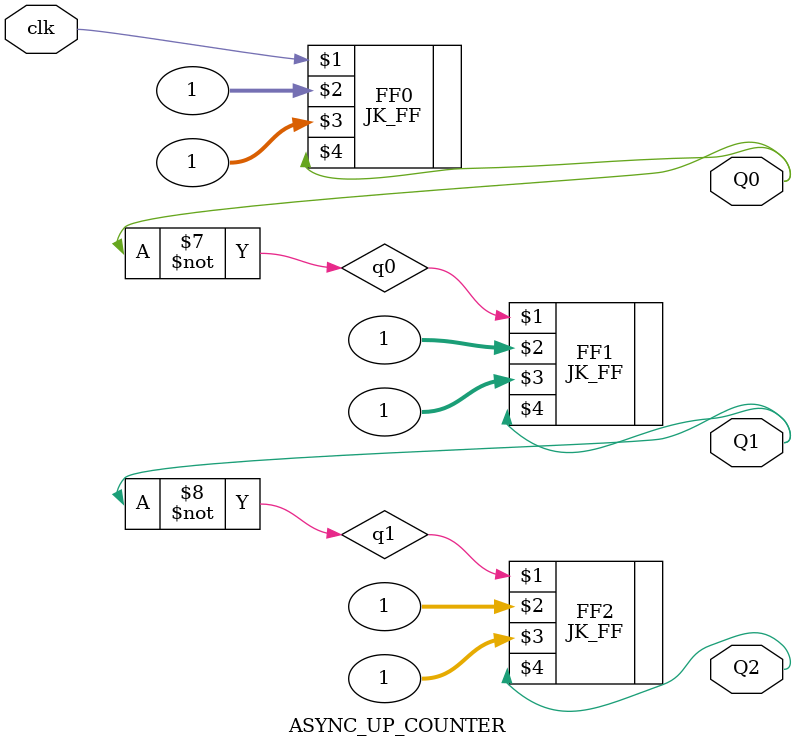
<source format=v>
`timescale 1ns / 1ps

// Author      : Venu Pabbuleti 
// ID          : N180116
//Branch       : ECE
//Project Name : RTL design using Verilog
//Design  Name : 3 Bit Synchronous Up Counter
//Module  Name : DownCounter_3Bit
//RGUKT NUZVID 
//////////////////////////////////////////////////////////////////////////////////


module ASYNC_UP_COUNTER(clk,Q2,Q1,Q0);
input clk;
output Q2,Q1,Q0;

wire q0,q1;
not n1(q0,Q0);
not n(q1,Q1);

JK_FF FF0(clk,1,1,Q0);
JK_FF FF1(q0,1,1,Q1);
JK_FF FF2(q1,1,1,Q2);
endmodule

</source>
